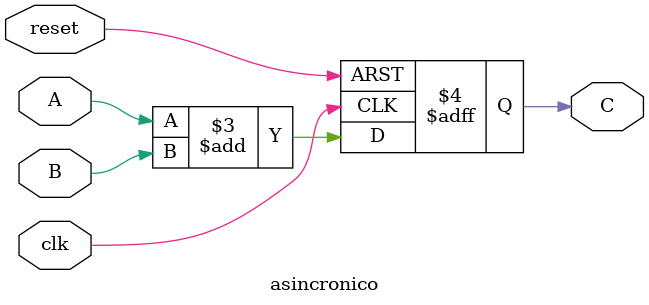
<source format=sv>
module asincronico (
    input logic clk, reset, A, B,
    output logic C
);
    
    always_ff @( posedge clk or negedge reset ) begin
        if (~ reset)
            C = 0 ;
        else
            C = A + B;
    end

endmodule
</source>
